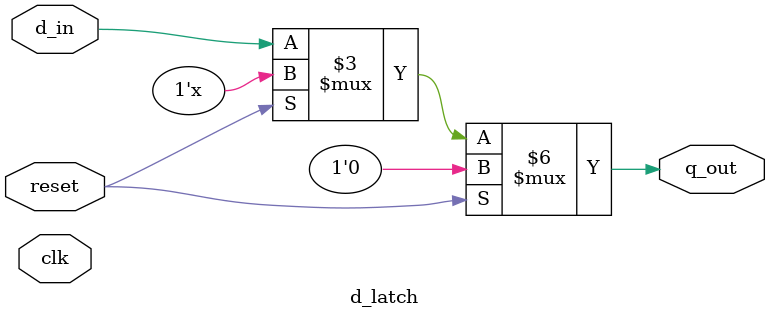
<source format=v>
module d_latch(
  input d_in, clk, reset,
  output reg q_out
);
  always @( clk) begin
    if(reset)
      q_out <= 1'b0;
    else if (!reset)
      q_out <= d_in;
  end
endmodule

</source>
